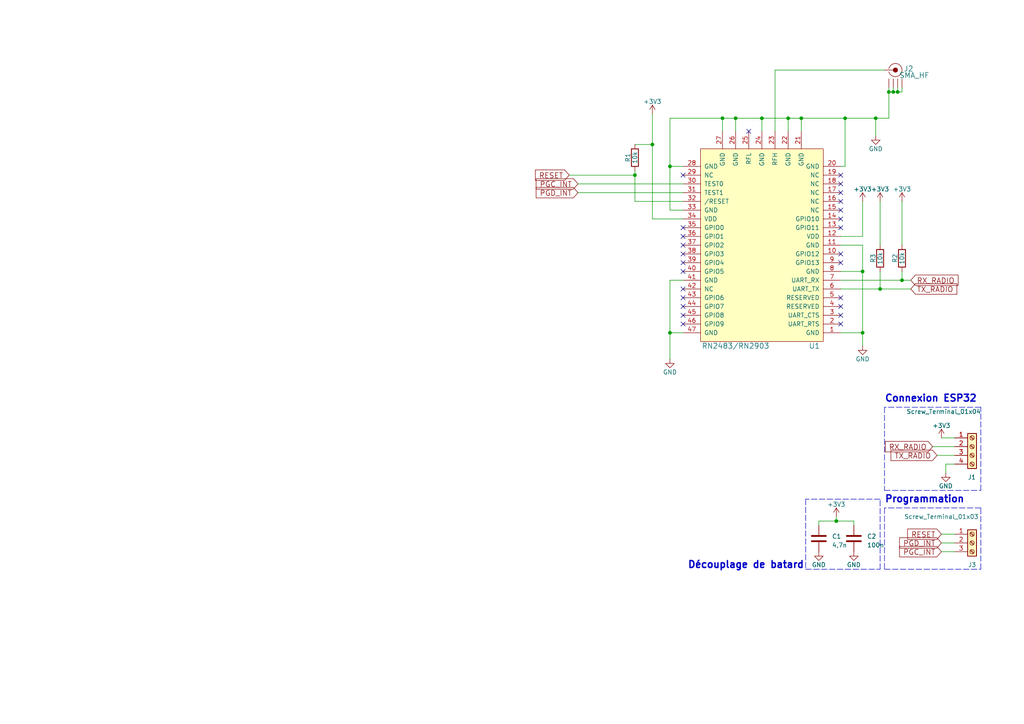
<source format=kicad_sch>
(kicad_sch (version 20230121) (generator eeschema)
  (paper "A4")
  (lib_symbols
    (symbol "Connector:Screw_Terminal_01x03" (pin_names (offset 1.016) hide)
      (property "Reference" "J" (at 0 5.08 0))
      (property "Value" "Screw_Terminal_01x03" (at 0 -5.08 0))
      (symbol "Screw_Terminal_01x03_1_1"
        (rectangle (start -1.27 3.81) (end 1.27 -3.81) (stroke (width 0.254)) (fill (type background)))
        (circle (center 0 -2.54) (radius 0.635) (stroke (width 0.1524)))
        (polyline (pts (xy -0.5334 -2.2098) (xy 0.3302 -3.048)) (stroke (width 0.1524)))
        (polyline (pts (xy -0.5334 0.3302) (xy 0.3302 -0.508)) (stroke (width 0.1524)))
        (polyline (pts (xy -0.5334 2.8702) (xy 0.3302 2.032)) (stroke (width 0.1524)))
        (polyline (pts (xy -0.3556 -2.032) (xy 0.508 -2.8702)) (stroke (width 0.1524)))
        (polyline (pts (xy -0.3556 0.508) (xy 0.508 -0.3302)) (stroke (width 0.1524)))
        (polyline (pts (xy -0.3556 3.048) (xy 0.508 2.2098)) (stroke (width 0.1524)))
        (circle (center 0 0) (radius 0.635) (stroke (width 0.1524)))
        (circle (center 0 2.54) (radius 0.635) (stroke (width 0.1524)))
        (pin passive line (at -5.08 2.54 0) (length 3.81) (name "Pin_1") (number "1"))
        (pin passive line (at -5.08 0 0) (length 3.81) (name "Pin_2") (number "2"))
        (pin passive line (at -5.08 -2.54 0) (length 3.81) (name "Pin_3") (number "3"))
      )
    )
    (symbol "Connector:Screw_Terminal_01x04" (pin_names (offset 1.016) hide)
      (property "Reference" "J" (at 0 5.08 0))
      (property "Value" "Screw_Terminal_01x04" (at 0 -7.62 0))
      (symbol "Screw_Terminal_01x04_1_1"
        (rectangle (start -1.27 3.81) (end 1.27 -6.35) (stroke (width 0.254)) (fill (type background)))
        (circle (center 0 -5.08) (radius 0.635) (stroke (width 0.1524)))
        (circle (center 0 -2.54) (radius 0.635) (stroke (width 0.1524)))
        (polyline (pts (xy -0.5334 -4.7498) (xy 0.3302 -5.588)) (stroke (width 0.1524)))
        (polyline (pts (xy -0.5334 -2.2098) (xy 0.3302 -3.048)) (stroke (width 0.1524)))
        (polyline (pts (xy -0.5334 0.3302) (xy 0.3302 -0.508)) (stroke (width 0.1524)))
        (polyline (pts (xy -0.5334 2.8702) (xy 0.3302 2.032)) (stroke (width 0.1524)))
        (polyline (pts (xy -0.3556 -4.572) (xy 0.508 -5.4102)) (stroke (width 0.1524)))
        (polyline (pts (xy -0.3556 -2.032) (xy 0.508 -2.8702)) (stroke (width 0.1524)))
        (polyline (pts (xy -0.3556 0.508) (xy 0.508 -0.3302)) (stroke (width 0.1524)))
        (polyline (pts (xy -0.3556 3.048) (xy 0.508 2.2098)) (stroke (width 0.1524)))
        (circle (center 0 0) (radius 0.635) (stroke (width 0.1524)))
        (circle (center 0 2.54) (radius 0.635) (stroke (width 0.1524)))
        (pin passive line (at -5.08 2.54 0) (length 3.81) (name "Pin_1") (number "1"))
        (pin passive line (at -5.08 0 0) (length 3.81) (name "Pin_2") (number "2"))
        (pin passive line (at -5.08 -2.54 0) (length 3.81) (name "Pin_3") (number "3"))
        (pin passive line (at -5.08 -5.08 0) (length 3.81) (name "Pin_4") (number "4"))
      )
    )
    (symbol "Device:C" (pin_numbers hide) (pin_names (offset 0.254))
      (property "Reference" "C" (at 0.635 2.54 0))
      (property "Value" "C" (at 0.635 -2.54 0))
      (symbol "C_0_1"
        (polyline (pts (xy -2.032 -0.762) (xy 2.032 -0.762)) (stroke (width 0.508)))
        (polyline (pts (xy -2.032 0.762) (xy 2.032 0.762)) (stroke (width 0.508)))
      )
      (symbol "C_1_1"
        (pin passive line (at 0 3.81 270) (length 2.794) (name "~") (number "1"))
        (pin passive line (at 0 -3.81 90) (length 2.794) (name "~") (number "2"))
      )
    )
    (symbol "RN2483shield-rescue:+3.3V" (power) (pin_names (offset 0))
      (property "Value" "+3.3V" (at 0 3.556 0))
      (symbol "+3.3V_0_1"
        (polyline (pts (xy -0.762 1.27) (xy 0 2.54)))
        (polyline (pts (xy 0 0) (xy 0 2.54)))
        (polyline (pts (xy 0 2.54) (xy 0.762 1.27)))
      )
      (symbol "+3.3V_1_1"
        (pin power_in line (at 0 0 90) (length 0) hide (name "+3V3") (number "1"))
      )
    )
    (symbol "RN2483shield-rescue:GND" (power) (pin_names (offset 0))
      (property "Value" "GND" (at 0 -3.81 0))
      (symbol "GND_0_1"
        (polyline (pts (xy 0 0) (xy 0 -1.27) (xy 1.27 -1.27) (xy 0 -2.54) (xy -1.27 -1.27) (xy 0 -1.27)))
      )
      (symbol "GND_1_1"
        (pin power_in line (at 0 0 270) (length 0) hide (name "GND") (number "1"))
      )
    )
    (symbol "RN2483shield-rescue:R" (pin_numbers hide) (pin_names (offset 0))
      (property "Reference" "R" (at 2.032 0 90))
      (property "Value" "R" (at 0 0 90))
      (symbol "R_0_1"
        (rectangle (start -1.016 -2.54) (end 1.016 2.54) (stroke (width 0.254)))
      )
      (symbol "R_1_1"
        (pin passive line (at 0 3.81 270) (length 1.27) (name "~") (number "1"))
        (pin passive line (at 0 -3.81 90) (length 1.27) (name "~") (number "2"))
      )
    )
    (symbol "rn2483:RN2483" (pin_names (offset 1.016))
      (property "Reference" "U1" (at 15.24 -36.83 0))
      (property "Value" "RN2483/RN2903" (at -7.62 -36.83 0))
      (symbol "RN2483_1_1"
        (rectangle (start -17.78 20.32) (end 17.78 -35.56) (fill (type background)))
        (pin passive line (at 22.86 -33.02 180) (length 5.08) (name "GND") (number "1"))
        (pin passive line (at 22.86 -10.16 180) (length 5.08) (name "GPIO12") (number "10"))
        (pin passive line (at 22.86 -7.62 180) (length 5.08) (name "GND") (number "11"))
        (pin passive line (at 22.86 -5.08 180) (length 5.08) (name "VDD") (number "12"))
        (pin passive line (at 22.86 -2.54 180) (length 5.08) (name "GPIO11") (number "13"))
        (pin passive line (at 22.86 0 180) (length 5.08) (name "GPIO10") (number "14"))
        (pin passive line (at 22.86 2.54 180) (length 5.08) (name "NC") (number "15"))
        (pin passive line (at 22.86 5.08 180) (length 5.08) (name "NC") (number "16"))
        (pin passive line (at 22.86 7.62 180) (length 5.08) (name "NC") (number "17"))
        (pin passive line (at 22.86 10.16 180) (length 5.08) (name "NC") (number "18"))
        (pin passive line (at 22.86 12.7 180) (length 5.08) (name "NC") (number "19"))
        (pin passive line (at 22.86 -30.48 180) (length 5.08) (name "UART_RTS") (number "2"))
        (pin passive line (at 22.86 15.24 180) (length 5.08) (name "GND") (number "20"))
        (pin passive line (at 11.43 25.4 270) (length 5.08) (name "GND") (number "21"))
        (pin passive line (at 7.62 25.4 270) (length 5.08) (name "GND") (number "22"))
        (pin passive line (at 3.81 25.4 270) (length 5.08) (name "RFH") (number "23"))
        (pin passive line (at 0 25.4 270) (length 5.08) (name "GND") (number "24"))
        (pin passive line (at -3.81 25.4 270) (length 5.08) (name "RFL") (number "25"))
        (pin passive line (at -7.62 25.4 270) (length 5.08) (name "GND") (number "26"))
        (pin passive line (at -11.43 25.4 270) (length 5.08) (name "GND") (number "27"))
        (pin passive line (at -22.86 15.24 0) (length 5.08) (name "GND") (number "28"))
        (pin passive line (at -22.86 12.7 0) (length 5.08) (name "NC") (number "29"))
        (pin passive line (at 22.86 -27.94 180) (length 5.08) (name "UART_CTS") (number "3"))
        (pin passive line (at -22.86 10.16 0) (length 5.08) (name "TEST0") (number "30"))
        (pin passive line (at -22.86 7.62 0) (length 5.08) (name "TEST1") (number "31"))
        (pin passive line (at -22.86 5.08 0) (length 5.08) (name "/RESET") (number "32"))
        (pin passive line (at -22.86 2.54 0) (length 5.08) (name "GND") (number "33"))
        (pin passive line (at -22.86 0 0) (length 5.08) (name "VDD") (number "34"))
        (pin passive line (at -22.86 -2.54 0) (length 5.08) (name "GPIO0") (number "35"))
        (pin passive line (at -22.86 -5.08 0) (length 5.08) (name "GPIO1") (number "36"))
        (pin passive line (at -22.86 -7.62 0) (length 5.08) (name "GPIO2") (number "37"))
        (pin passive line (at -22.86 -10.16 0) (length 5.08) (name "GPIO3") (number "38"))
        (pin passive line (at -22.86 -12.7 0) (length 5.08) (name "GPIO4") (number "39"))
        (pin passive line (at 22.86 -25.4 180) (length 5.08) (name "RESERVED") (number "4"))
        (pin passive line (at -22.86 -15.24 0) (length 5.08) (name "GPIO5") (number "40"))
        (pin passive line (at -22.86 -17.78 0) (length 5.08) (name "GND") (number "41"))
        (pin passive line (at -22.86 -20.32 0) (length 5.08) (name "NC") (number "42"))
        (pin passive line (at -22.86 -22.86 0) (length 5.08) (name "GPIO6") (number "43"))
        (pin passive line (at -22.86 -25.4 0) (length 5.08) (name "GPIO7") (number "44"))
        (pin passive line (at -22.86 -27.94 0) (length 5.08) (name "GPIO8") (number "45"))
        (pin passive line (at -22.86 -30.48 0) (length 5.08) (name "GPIO9") (number "46"))
        (pin passive line (at -22.86 -33.02 0) (length 5.08) (name "GND") (number "47"))
        (pin passive line (at 22.86 -22.86 180) (length 5.08) (name "RESERVED") (number "5"))
        (pin passive line (at 22.86 -20.32 180) (length 5.08) (name "UART_TX") (number "6"))
        (pin passive line (at 22.86 -17.78 180) (length 5.08) (name "UART_RX") (number "7"))
        (pin passive line (at 22.86 -15.24 180) (length 5.08) (name "GND") (number "8"))
        (pin passive line (at 22.86 -12.7 180) (length 5.08) (name "GPIO13") (number "9"))
      )
    )
    (symbol "sma:SMA" (pin_numbers hide) (pin_names (offset 1.016) hide)
      (property "Reference" "J" (at 3.175 8.001 0))
      (property "Value" "SMA" (at 4.826 6.096 0))
      (property "Footprint" "SMA" (at 4.445 4.318 0))
      (symbol "SMA_0_1"
        (arc (start -2.54 7.112) (mid -1.8259 6.0889) (end -0.635 5.715))
        (arc (start -0.635 5.715) (mid 1.2617 7.62) (end -0.635 9.525))
        (circle (center -0.635 7.62) (radius 0.635) (fill (type outline)))
        (arc (start -0.635 9.525) (mid -1.8486 9.09) (end -2.54 8.001))
      )
      (symbol "SMA_1_1"
        (pin power_in line (at -3.81 7.62 0) (length 2.54) (name "RF") (number "1"))
        (pin power_in line (at -2.54 2.54 90) (length 2.54) (name "GND1") (number "2"))
        (pin power_in line (at -1.27 2.54 90) (length 2.54) (name "GND2") (number "2"))
        (pin power_in line (at 0 2.54 90) (length 2.54) (name "GND3") (number "2"))
        (pin power_in line (at 1.27 2.54 90) (length 2.54) (name "GND4") (number "2"))
      )
    )
  )
  (junction (at 257.81 26.67))
  (junction (at 255.27 83.82))
  (junction (at 189.23 41.91))
  (junction (at 194.31 48.26))
  (junction (at 232.41 34.29))
  (junction (at 245.11 34.29))
  (junction (at 194.31 96.52))
  (junction (at 242.57 151.13))
  (junction (at 213.36 34.29))
  (junction (at 254 34.29))
  (junction (at 250.19 96.52))
  (junction (at 260.35 26.67))
  (junction (at 184.15 50.8))
  (junction (at 259.08 26.67))
  (junction (at 261.62 81.28))
  (junction (at 228.6 34.29))
  (junction (at 220.98 34.29))
  (junction (at 209.55 34.29))
  (junction (at 250.19 78.74))
  (no_connect (at 198.12 86.36))
  (no_connect (at 243.84 63.5))
  (no_connect (at 198.12 66.04))
  (no_connect (at 243.84 73.66))
  (no_connect (at 243.84 76.2))
  (no_connect (at 243.84 53.34))
  (no_connect (at 198.12 76.2))
  (no_connect (at 198.12 83.82))
  (no_connect (at 243.84 91.44))
  (no_connect (at 198.12 68.58))
  (no_connect (at 198.12 91.44))
  (no_connect (at 198.12 73.66))
  (no_connect (at 243.84 66.04))
  (no_connect (at 243.84 55.88))
  (no_connect (at 198.12 93.98))
  (no_connect (at 243.84 50.8))
  (no_connect (at 243.84 86.36))
  (no_connect (at 198.12 88.9))
  (no_connect (at 243.84 93.98))
  (no_connect (at 243.84 60.96))
  (no_connect (at 198.12 71.12))
  (no_connect (at 243.84 58.42))
  (no_connect (at 217.17 38.1))
  (no_connect (at 198.12 78.74))
  (no_connect (at 243.84 88.9))
  (no_connect (at 198.12 50.8))
  (wire (pts (xy 276.86 160.02) (xy 273.05 160.02)))
  (wire (pts (xy 259.08 25.4) (xy 259.08 26.67)))
  (polyline (pts (xy 255.27 144.78) (xy 233.68 144.78)) (stroke (width 0) (type dash)))
  (wire (pts (xy 243.84 68.58) (xy 250.19 68.58)))
  (wire (pts (xy 274.32 134.62) (xy 274.32 137.16)))
  (wire (pts (xy 198.12 48.26) (xy 194.31 48.26)))
  (polyline (pts (xy 256.54 118.11) (xy 256.54 142.24)) (stroke (width 0) (type dash)))
  (polyline (pts (xy 255.27 165.1) (xy 255.27 144.78)) (stroke (width 0) (type dash)))
  (wire (pts (xy 232.41 34.29) (xy 245.11 34.29)))
  (wire (pts (xy 257.81 26.67) (xy 259.08 26.67)))
  (wire (pts (xy 232.41 38.1) (xy 232.41 34.29)))
  (wire (pts (xy 250.19 96.52) (xy 243.84 96.52)))
  (wire (pts (xy 257.81 26.67) (xy 257.81 34.29)))
  (wire (pts (xy 270.51 129.54) (xy 276.86 129.54)))
  (wire (pts (xy 237.49 151.13) (xy 242.57 151.13)))
  (wire (pts (xy 250.19 71.12) (xy 250.19 78.74)))
  (wire (pts (xy 237.49 151.13) (xy 237.49 152.4)))
  (wire (pts (xy 273.05 127) (xy 276.86 127)))
  (polyline (pts (xy 284.48 165.1) (xy 284.48 147.32)) (stroke (width 0) (type dash)))
  (wire (pts (xy 255.27 78.74) (xy 255.27 83.82)))
  (wire (pts (xy 243.84 83.82) (xy 255.27 83.82)))
  (wire (pts (xy 167.64 55.88) (xy 198.12 55.88)))
  (polyline (pts (xy 256.54 165.1) (xy 284.48 165.1)) (stroke (width 0) (type dash)))
  (wire (pts (xy 209.55 34.29) (xy 194.31 34.29)))
  (wire (pts (xy 242.57 151.13) (xy 247.65 151.13)))
  (wire (pts (xy 261.62 26.67) (xy 261.62 25.4)))
  (wire (pts (xy 189.23 33.02) (xy 189.23 41.91)))
  (wire (pts (xy 228.6 38.1) (xy 228.6 34.29)))
  (wire (pts (xy 198.12 81.28) (xy 194.31 81.28)))
  (wire (pts (xy 213.36 34.29) (xy 209.55 34.29)))
  (wire (pts (xy 243.84 81.28) (xy 261.62 81.28)))
  (polyline (pts (xy 256.54 147.32) (xy 256.54 165.1)) (stroke (width 0) (type dash)))
  (wire (pts (xy 247.65 151.13) (xy 247.65 152.4)))
  (wire (pts (xy 194.31 60.96) (xy 198.12 60.96)))
  (wire (pts (xy 194.31 96.52) (xy 194.31 104.14)))
  (wire (pts (xy 184.15 58.42) (xy 198.12 58.42)))
  (wire (pts (xy 243.84 71.12) (xy 250.19 71.12)))
  (wire (pts (xy 261.62 81.28) (xy 264.16 81.28)))
  (wire (pts (xy 220.98 38.1) (xy 220.98 34.29)))
  (wire (pts (xy 276.86 154.94) (xy 273.05 154.94)))
  (wire (pts (xy 184.15 58.42) (xy 184.15 50.8)))
  (wire (pts (xy 276.86 134.62) (xy 274.32 134.62)))
  (wire (pts (xy 260.35 25.4) (xy 260.35 26.67)))
  (wire (pts (xy 189.23 41.91) (xy 189.23 63.5)))
  (wire (pts (xy 243.84 48.26) (xy 245.11 48.26)))
  (wire (pts (xy 228.6 34.29) (xy 220.98 34.29)))
  (polyline (pts (xy 284.48 142.24) (xy 284.48 118.11)) (stroke (width 0) (type dash)))
  (wire (pts (xy 243.84 78.74) (xy 250.19 78.74)))
  (wire (pts (xy 250.19 68.58) (xy 250.19 58.42)))
  (wire (pts (xy 261.62 78.74) (xy 261.62 81.28)))
  (wire (pts (xy 250.19 78.74) (xy 250.19 96.52)))
  (wire (pts (xy 260.35 26.67) (xy 261.62 26.67)))
  (wire (pts (xy 220.98 34.29) (xy 213.36 34.29)))
  (wire (pts (xy 209.55 34.29) (xy 209.55 38.1)))
  (wire (pts (xy 242.57 149.86) (xy 242.57 151.13)))
  (wire (pts (xy 194.31 48.26) (xy 194.31 60.96)))
  (wire (pts (xy 250.19 96.52) (xy 250.19 100.33)))
  (wire (pts (xy 194.31 34.29) (xy 194.31 48.26)))
  (polyline (pts (xy 284.48 147.32) (xy 256.54 147.32)) (stroke (width 0) (type dash)))
  (wire (pts (xy 224.79 38.1) (xy 224.79 20.32)))
  (wire (pts (xy 213.36 38.1) (xy 213.36 34.29)))
  (wire (pts (xy 271.78 132.08) (xy 276.86 132.08)))
  (wire (pts (xy 276.86 157.48) (xy 273.05 157.48)))
  (wire (pts (xy 198.12 96.52) (xy 194.31 96.52)))
  (wire (pts (xy 245.11 48.26) (xy 245.11 34.29)))
  (wire (pts (xy 257.81 25.4) (xy 257.81 26.67)))
  (wire (pts (xy 189.23 63.5) (xy 198.12 63.5)))
  (wire (pts (xy 184.15 50.8) (xy 184.15 49.53)))
  (wire (pts (xy 255.27 83.82) (xy 264.16 83.82)))
  (wire (pts (xy 167.64 53.34) (xy 198.12 53.34)))
  (wire (pts (xy 261.62 58.42) (xy 261.62 71.12)))
  (wire (pts (xy 184.15 41.91) (xy 189.23 41.91)))
  (polyline (pts (xy 256.54 142.24) (xy 284.48 142.24)) (stroke (width 0) (type dash)))
  (wire (pts (xy 254 34.29) (xy 254 39.37)))
  (polyline (pts (xy 233.68 144.78) (xy 233.68 165.1)) (stroke (width 0) (type dash)))
  (wire (pts (xy 245.11 34.29) (xy 254 34.29)))
  (wire (pts (xy 194.31 81.28) (xy 194.31 96.52)))
  (polyline (pts (xy 233.68 165.1) (xy 255.27 165.1)) (stroke (width 0) (type dash)))
  (wire (pts (xy 255.27 58.42) (xy 255.27 71.12)))
  (wire (pts (xy 257.81 34.29) (xy 254 34.29)))
  (wire (pts (xy 259.08 26.67) (xy 260.35 26.67)))
  (polyline (pts (xy 284.48 118.11) (xy 256.54 118.11)) (stroke (width 0) (type dash)))
  (wire (pts (xy 224.79 20.32) (xy 256.54 20.32)))
  (wire (pts (xy 232.41 34.29) (xy 228.6 34.29)))
  (wire (pts (xy 165.1 50.8) (xy 184.15 50.8)))
  (text "Connexion ESP32" (at 256.54 116.84 0) (effects (font (size 2 2) (thickness 0.4) bold) (justify left bottom)))
  (text "Programmation" (at 256.54 146.05 0) (effects (font (size 2 2) (thickness 0.4) bold) (justify left bottom)))
  (text "Découplage de batard" (at 199.39 165.1 0) (effects (font (size 2 2) (thickness 0.4) bold) (justify left bottom)))
  (global_label "TX_RADIO" (shape input) (at 264.16 83.82 0) (effects (font (size 1.524 1.524))) (property "Intersheetrefs" "${INTERSHEET_REFS}" (effects hide)))
  (global_label "RX_RADIO" (shape input) (at 270.51 129.54 180) (effects (font (size 1.524 1.524))) (property "Intersheetrefs" "${INTERSHEET_REFS}" (effects hide)))
  (global_label "PGD_INT" (shape input) (at 167.64 55.88 180) (effects (font (size 1.524 1.524))) (property "Intersheetrefs" "${INTERSHEET_REFS}" (effects hide)))
  (global_label "RESET" (shape input) (at 165.1 50.8 180) (effects (font (size 1.524 1.524))) (property "Intersheetrefs" "${INTERSHEET_REFS}" (effects hide)))
  (global_label "PGC_INT" (shape input) (at 167.64 53.34 180) (effects (font (size 1.524 1.524))) (property "Intersheetrefs" "${INTERSHEET_REFS}" (effects hide)))
  (global_label "RX_RADIO" (shape input) (at 264.16 81.28 0) (effects (font (size 1.524 1.524))) (property "Intersheetrefs" "${INTERSHEET_REFS}" (effects hide)))
  (global_label "PGD_INT" (shape input) (at 273.05 157.48 180) (effects (font (size 1.524 1.524))) (property "Intersheetrefs" "${INTERSHEET_REFS}" (effects hide)))
  (global_label "PGC_INT" (shape input) (at 273.05 160.02 180) (effects (font (size 1.524 1.524))) (property "Intersheetrefs" "${INTERSHEET_REFS}" (effects hide)))
  (global_label "RESET" (shape input) (at 273.05 154.94 180) (effects (font (size 1.524 1.524))) (property "Intersheetrefs" "${INTERSHEET_REFS}" (effects hide)))
  (global_label "TX_RADIO" (shape input) (at 271.78 132.08 180) (effects (font (size 1.524 1.524))) (property "Intersheetrefs" "${INTERSHEET_REFS}" (effects hide)))
  (symbol (lib_id "rn2483:RN2483") (at 220.98 63.5 0) (unit 1)
    (property "Reference" "U1" (at 236.22 100.33 0) (effects (font (size 1.524 1.524))))
    (property "Value" "RN2483/RN2903" (at 213.36 100.33 0) (effects (font (size 1.524 1.524))))
    (property "Footprint" "MyFootprints:RN2483" (effects hide))
  )
  (symbol (lib_id "RN2483shield-rescue:+3.3V") (at 189.23 33.02 0) (unit 1)
    (property "Reference" "#PWR01" (effects hide))
    (property "Value" "+3.3V" (at 189.23 29.464 0))
  )
  (symbol (lib_id "RN2483shield-rescue:R") (at 184.15 45.72 180) (unit 1)
    (property "Reference" "R1" (at 182.118 45.72 90))
    (property "Value" "10k" (at 184.15 45.72 90))
    (property "Footprint" "Resistor_THT:R_Axial_DIN0207_L6.3mm_D2.5mm_P10.16mm_Horizontal" (effects hide))
  )
  (symbol (lib_id "RN2483shield-rescue:GND") (at 274.32 137.16 0) (unit 1)
    (property "Reference" "#PWR05" (effects hide))
    (property "Value" "GND" (at 274.32 140.97 0))
  )
  (symbol (lib_id "RN2483shield-rescue:GND") (at 250.19 100.33 0) (unit 1)
    (property "Reference" "#PWR06" (effects hide))
    (property "Value" "GND" (at 250.19 104.14 0))
  )
  (symbol (lib_id "RN2483shield-rescue:GND") (at 254 39.37 0) (unit 1)
    (property "Reference" "#PWR07" (effects hide))
    (property "Value" "GND" (at 254 43.18 0))
  )
  (symbol (lib_id "RN2483shield-rescue:+3.3V") (at 250.19 58.42 0) (unit 1)
    (property "Reference" "#PWR08" (effects hide))
    (property "Value" "+3.3V" (at 250.19 54.864 0))
  )
  (symbol (lib_id "RN2483shield-rescue:GND") (at 194.31 104.14 0) (unit 1)
    (property "Reference" "#PWR09" (effects hide))
    (property "Value" "GND" (at 194.31 107.95 0))
  )
  (symbol (lib_id "sma:SMA") (at 260.35 27.94 0) (unit 1)
    (property "Reference" "J2" (at 263.525 19.939 0) (effects (font (size 1.524 1.524))))
    (property "Value" "SMA_HF" (at 265.176 21.844 0) (effects (font (size 1.524 1.524))))
    (property "Footprint" "MyFootprints:multi-rf-sma-ufl" (effects hide))
  )
  (symbol (lib_id "RN2483shield-rescue:GND") (at 237.49 160.02 0) (unit 1)
    (property "Reference" "#PWR012" (effects hide))
    (property "Value" "GND" (at 237.49 163.83 0))
  )
  (symbol (lib_id "Connector:Screw_Terminal_01x04") (at 281.94 129.54 0) (unit 1)
    (property "Reference" "J1" (at 280.67 138.43 0) (effects (justify left)))
    (property "Value" "Screw_Terminal_01x04" (at 262.89 119.38 0) (effects (justify left)))
    (property "Footprint" "TerminalBlock_TE-Connectivity:TerminalBlock_TE_282834-4_1x04_P2.54mm_Horizontal" (effects hide))
  )
  (symbol (lib_id "RN2483shield-rescue:+3.3V") (at 273.05 127 0) (unit 1)
    (property "Reference" "#PWR02" (effects hide))
    (property "Value" "+3.3V" (at 273.05 123.444 0))
  )
  (symbol (lib_id "Device:C") (at 237.49 156.21 0) (unit 1)
    (property "Reference" "C1" (at 241.3 155.575 0) (effects (justify left)))
    (property "Value" "4,7n" (at 241.3 158.115 0) (effects (justify left)))
    (property "Footprint" "Capacitor_THT:C_Disc_D3.4mm_W2.1mm_P2.50mm" (effects hide))
  )
  (symbol (lib_id "Device:C") (at 247.65 156.21 0) (unit 1)
    (property "Reference" "C2" (at 251.46 155.575 0) (effects (justify left)))
    (property "Value" "100n" (at 251.46 158.115 0) (effects (justify left)))
    (property "Footprint" "Capacitor_THT:C_Disc_D3.4mm_W2.1mm_P2.50mm" (effects hide))
  )
  (symbol (lib_id "RN2483shield-rescue:+3.3V") (at 261.62 58.42 0) (unit 1)
    (property "Reference" "#PWR04" (effects hide))
    (property "Value" "+3.3V" (at 261.62 54.864 0))
  )
  (symbol (lib_id "RN2483shield-rescue:+3.3V") (at 255.27 58.42 0) (unit 1)
    (property "Reference" "#PWR03" (effects hide))
    (property "Value" "+3.3V" (at 255.27 54.864 0))
  )
  (symbol (lib_id "RN2483shield-rescue:R") (at 261.62 74.93 0) (mirror y) (unit 1)
    (property "Reference" "R2" (at 259.588 74.93 90))
    (property "Value" "10k" (at 261.62 74.93 90))
    (property "Footprint" "Resistor_THT:R_Axial_DIN0207_L6.3mm_D2.5mm_P10.16mm_Horizontal" (effects hide))
  )
  (symbol (lib_id "RN2483shield-rescue:R") (at 255.27 74.93 0) (mirror y) (unit 1)
    (property "Reference" "R3" (at 253.238 74.93 90))
    (property "Value" "10k" (at 255.27 74.93 90))
    (property "Footprint" "Resistor_THT:R_Axial_DIN0207_L6.3mm_D2.5mm_P10.16mm_Horizontal" (effects hide))
  )
  (symbol (lib_id "RN2483shield-rescue:GND") (at 247.65 160.02 0) (unit 1)
    (property "Reference" "#PWR011" (effects hide))
    (property "Value" "GND" (at 247.65 163.83 0))
  )
  (symbol (lib_id "Connector:Screw_Terminal_01x03") (at 281.94 157.48 0) (unit 1)
    (property "Reference" "J3" (at 281.94 163.83 0))
    (property "Value" "Screw_Terminal_01x03" (at 273.05 149.86 0))
    (property "Footprint" "TerminalBlock_TE-Connectivity:TerminalBlock_TE_282834-3_1x03_P2.54mm_Horizontal" (effects hide))
  )
  (symbol (lib_id "RN2483shield-rescue:+3.3V") (at 242.57 149.86 0) (unit 1)
    (property "Reference" "#PWR010" (effects hide))
    (property "Value" "+3.3V" (at 242.57 146.304 0))
  )
)
</source>
